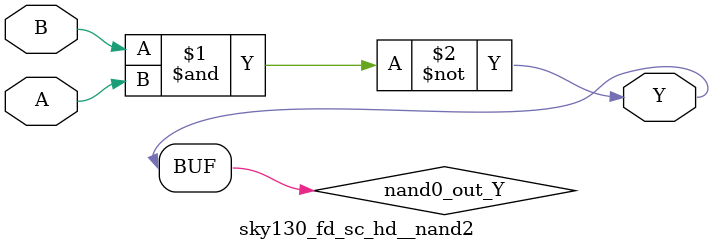
<source format=v>
/*
 * Copyright 2020 The SkyWater PDK Authors
 *
 * Licensed under the Apache License, Version 2.0 (the "License");
 * you may not use this file except in compliance with the License.
 * You may obtain a copy of the License at
 *
 *     https://www.apache.org/licenses/LICENSE-2.0
 *
 * Unless required by applicable law or agreed to in writing, software
 * distributed under the License is distributed on an "AS IS" BASIS,
 * WITHOUT WARRANTIES OR CONDITIONS OF ANY KIND, either express or implied.
 * See the License for the specific language governing permissions and
 * limitations under the License.
 *
 * SPDX-License-Identifier: Apache-2.0
*/


`ifndef SKY130_FD_SC_HD__NAND2_FUNCTIONAL_V
`define SKY130_FD_SC_HD__NAND2_FUNCTIONAL_V

/**
 * nand2: 2-input NAND.
 *
 * Verilog simulation functional model.
 */

`timescale 1ns / 1ps
`default_nettype none

`celldefine
module sky130_fd_sc_hd__nand2 (
    Y,
    A,
    B
);

    // Module ports
    output Y;
    input  A;
    input  B;

    // Local signals
    wire nand0_out_Y;

    //   Name   Output       Other arguments
    nand nand0 (nand0_out_Y, B, A           );
    buf  buf0  (Y          , nand0_out_Y    );

endmodule
`endcelldefine

`default_nettype wire
`endif  // SKY130_FD_SC_HD__NAND2_FUNCTIONAL_V
</source>
